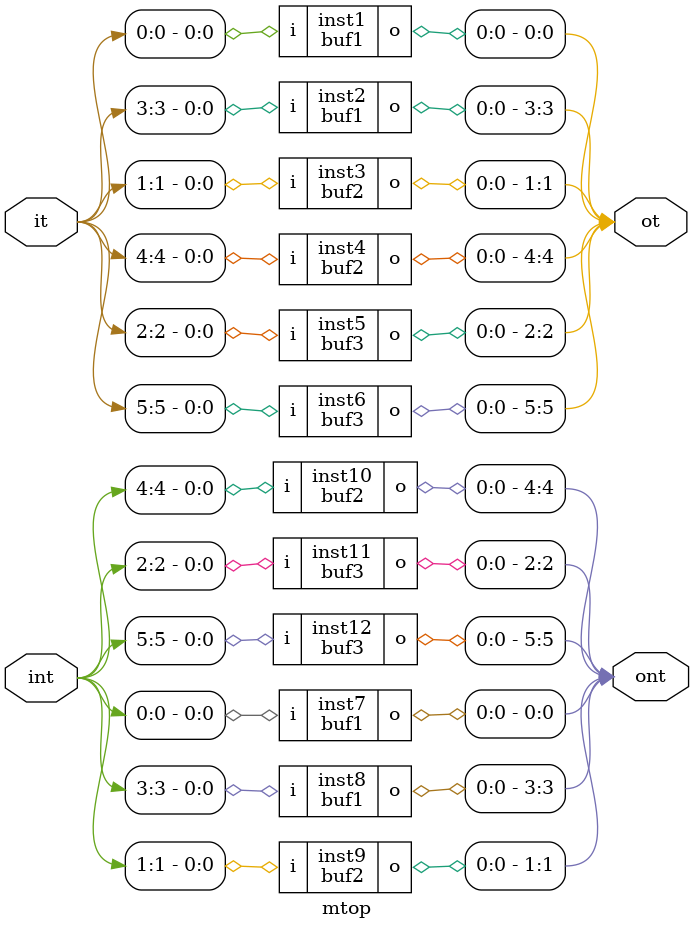
<source format=v>
module buf1(input i, output o);
  // tmrg do_not_touch
  assign o=i;
endmodule

module buf2(input i, output o);
  // tmrg default do_not_triplicate
  assign o=i;
endmodule

module buf3(input i, output o);
  // tmrg default triplicate
  assign o=i;
endmodule

module mtop(input [5:0] it,output [5:0] ot,
            input [5:0] int,output [5:0] ont);
  
  buf1 inst1(.i(it[0]),.o(ot[0])), inst2(.i(it[3]),.o(ot[3]));
  buf2 inst3(.i(it[1]),.o(ot[1])), inst4(.i(it[4]),.o(ot[4]));
  buf3 inst5(.i(it[2]),.o(ot[2])), inst6(.i(it[5]),.o(ot[5]));

  // tmrg do_not_triplicate int ont
  buf1 inst7(.i(int[0]),.o(ont[0])), inst8(.i(int[3]),.o(ont[3]));
  buf2 inst9(.i(int[1]),.o(ont[1])), inst10(.i(int[4]),.o(ont[4]));
  buf3 inst11(.i(int[2]),.o(ont[2])),inst12(.i(int[5]),.o(ont[5]));


endmodule

</source>
